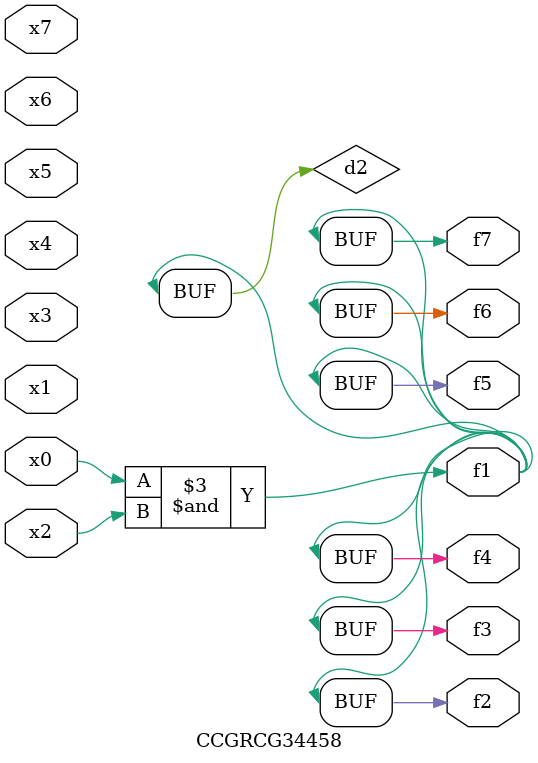
<source format=v>
module CCGRCG34458(
	input x0, x1, x2, x3, x4, x5, x6, x7,
	output f1, f2, f3, f4, f5, f6, f7
);

	wire d1, d2;

	nor (d1, x3, x6);
	and (d2, x0, x2);
	assign f1 = d2;
	assign f2 = d2;
	assign f3 = d2;
	assign f4 = d2;
	assign f5 = d2;
	assign f6 = d2;
	assign f7 = d2;
endmodule

</source>
